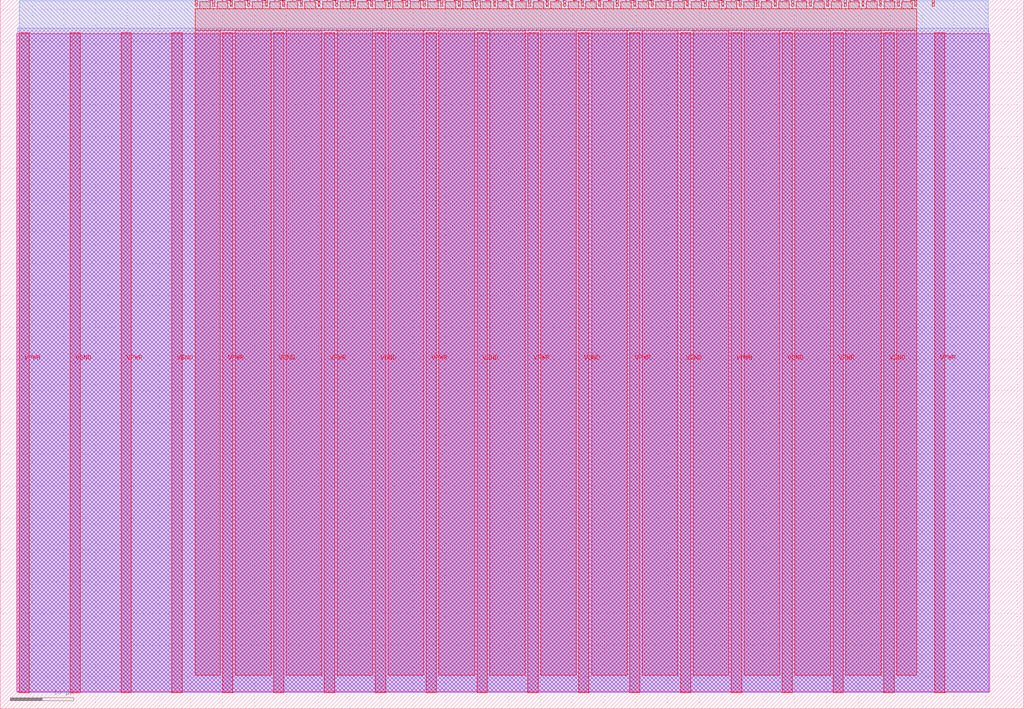
<source format=lef>
VERSION 5.7 ;
  NOWIREEXTENSIONATPIN ON ;
  DIVIDERCHAR "/" ;
  BUSBITCHARS "[]" ;
MACRO tt_um_micro_tiles_container
  CLASS BLOCK ;
  FOREIGN tt_um_micro_tiles_container ;
  ORIGIN 0.000 0.000 ;
  SIZE 161.000 BY 111.520 ;
  PIN VGND
    DIRECTION INOUT ;
    USE GROUND ;
    PORT
      LAYER met4 ;
        RECT 11.000 2.480 12.600 106.320 ;
    END
    PORT
      LAYER met4 ;
        RECT 27.000 2.480 28.600 106.320 ;
    END
    PORT
      LAYER met4 ;
        RECT 43.000 2.480 44.600 106.320 ;
    END
    PORT
      LAYER met4 ;
        RECT 59.000 2.480 60.600 106.320 ;
    END
    PORT
      LAYER met4 ;
        RECT 75.000 2.480 76.600 106.320 ;
    END
    PORT
      LAYER met4 ;
        RECT 91.000 2.480 92.600 106.320 ;
    END
    PORT
      LAYER met4 ;
        RECT 107.000 2.480 108.600 106.320 ;
    END
    PORT
      LAYER met4 ;
        RECT 123.000 2.480 124.600 106.320 ;
    END
    PORT
      LAYER met4 ;
        RECT 139.000 2.480 140.600 106.320 ;
    END
  END VGND
  PIN VPWR
    DIRECTION INOUT ;
    USE POWER ;
    PORT
      LAYER met4 ;
        RECT 3.000 2.480 4.600 106.320 ;
    END
    PORT
      LAYER met4 ;
        RECT 19.000 2.480 20.600 106.320 ;
    END
    PORT
      LAYER met4 ;
        RECT 35.000 2.480 36.600 106.320 ;
    END
    PORT
      LAYER met4 ;
        RECT 51.000 2.480 52.600 106.320 ;
    END
    PORT
      LAYER met4 ;
        RECT 67.000 2.480 68.600 106.320 ;
    END
    PORT
      LAYER met4 ;
        RECT 83.000 2.480 84.600 106.320 ;
    END
    PORT
      LAYER met4 ;
        RECT 99.000 2.480 100.600 106.320 ;
    END
    PORT
      LAYER met4 ;
        RECT 115.000 2.480 116.600 106.320 ;
    END
    PORT
      LAYER met4 ;
        RECT 131.000 2.480 132.600 106.320 ;
    END
    PORT
      LAYER met4 ;
        RECT 147.000 2.480 148.600 106.320 ;
    END
  END VPWR
  PIN clk
    DIRECTION INPUT ;
    USE SIGNAL ;
    ANTENNAGATEAREA 0.852000 ;
    PORT
      LAYER met4 ;
        RECT 143.830 110.520 144.130 111.520 ;
    END
  END clk
  PIN ena
    DIRECTION INPUT ;
    USE SIGNAL ;
    PORT
      LAYER met4 ;
        RECT 146.590 110.520 146.890 111.520 ;
    END
  END ena
  PIN rst_n
    DIRECTION INPUT ;
    USE SIGNAL ;
    ANTENNAGATEAREA 0.393000 ;
    ANTENNADIFFAREA 1.738800 ;
    PORT
      LAYER met4 ;
        RECT 141.070 110.520 141.370 111.520 ;
    END
  END rst_n
  PIN ui_in[0]
    DIRECTION INPUT ;
    USE SIGNAL ;
    ANTENNAGATEAREA 0.247500 ;
    PORT
      LAYER met4 ;
        RECT 138.310 110.520 138.610 111.520 ;
    END
  END ui_in[0]
  PIN ui_in[1]
    DIRECTION INPUT ;
    USE SIGNAL ;
    ANTENNAGATEAREA 0.196500 ;
    PORT
      LAYER met4 ;
        RECT 135.550 110.520 135.850 111.520 ;
    END
  END ui_in[1]
  PIN ui_in[2]
    DIRECTION INPUT ;
    USE SIGNAL ;
    ANTENNAGATEAREA 0.196500 ;
    PORT
      LAYER met4 ;
        RECT 132.790 110.520 133.090 111.520 ;
    END
  END ui_in[2]
  PIN ui_in[3]
    DIRECTION INPUT ;
    USE SIGNAL ;
    ANTENNAGATEAREA 0.196500 ;
    ANTENNADIFFAREA 0.434700 ;
    PORT
      LAYER met4 ;
        RECT 130.030 110.520 130.330 111.520 ;
    END
  END ui_in[3]
  PIN ui_in[4]
    DIRECTION INPUT ;
    USE SIGNAL ;
    ANTENNAGATEAREA 0.196500 ;
    ANTENNADIFFAREA 0.434700 ;
    PORT
      LAYER met4 ;
        RECT 127.270 110.520 127.570 111.520 ;
    END
  END ui_in[4]
  PIN ui_in[5]
    DIRECTION INPUT ;
    USE SIGNAL ;
    PORT
      LAYER met4 ;
        RECT 124.510 110.520 124.810 111.520 ;
    END
  END ui_in[5]
  PIN ui_in[6]
    DIRECTION INPUT ;
    USE SIGNAL ;
    PORT
      LAYER met4 ;
        RECT 121.750 110.520 122.050 111.520 ;
    END
  END ui_in[6]
  PIN ui_in[7]
    DIRECTION INPUT ;
    USE SIGNAL ;
    PORT
      LAYER met4 ;
        RECT 118.990 110.520 119.290 111.520 ;
    END
  END ui_in[7]
  PIN uio_in[0]
    DIRECTION INPUT ;
    USE SIGNAL ;
    ANTENNAGATEAREA 0.213000 ;
    PORT
      LAYER met4 ;
        RECT 116.230 110.520 116.530 111.520 ;
    END
  END uio_in[0]
  PIN uio_in[1]
    DIRECTION INPUT ;
    USE SIGNAL ;
    ANTENNAGATEAREA 0.196500 ;
    PORT
      LAYER met4 ;
        RECT 113.470 110.520 113.770 111.520 ;
    END
  END uio_in[1]
  PIN uio_in[2]
    DIRECTION INPUT ;
    USE SIGNAL ;
    PORT
      LAYER met4 ;
        RECT 110.710 110.520 111.010 111.520 ;
    END
  END uio_in[2]
  PIN uio_in[3]
    DIRECTION INPUT ;
    USE SIGNAL ;
    PORT
      LAYER met4 ;
        RECT 107.950 110.520 108.250 111.520 ;
    END
  END uio_in[3]
  PIN uio_in[4]
    DIRECTION INPUT ;
    USE SIGNAL ;
    PORT
      LAYER met4 ;
        RECT 105.190 110.520 105.490 111.520 ;
    END
  END uio_in[4]
  PIN uio_in[5]
    DIRECTION INPUT ;
    USE SIGNAL ;
    PORT
      LAYER met4 ;
        RECT 102.430 110.520 102.730 111.520 ;
    END
  END uio_in[5]
  PIN uio_in[6]
    DIRECTION INPUT ;
    USE SIGNAL ;
    PORT
      LAYER met4 ;
        RECT 99.670 110.520 99.970 111.520 ;
    END
  END uio_in[6]
  PIN uio_in[7]
    DIRECTION INPUT ;
    USE SIGNAL ;
    PORT
      LAYER met4 ;
        RECT 96.910 110.520 97.210 111.520 ;
    END
  END uio_in[7]
  PIN uio_oe[0]
    DIRECTION OUTPUT ;
    USE SIGNAL ;
    PORT
      LAYER met4 ;
        RECT 49.990 110.520 50.290 111.520 ;
    END
  END uio_oe[0]
  PIN uio_oe[1]
    DIRECTION OUTPUT ;
    USE SIGNAL ;
    PORT
      LAYER met4 ;
        RECT 47.230 110.520 47.530 111.520 ;
    END
  END uio_oe[1]
  PIN uio_oe[2]
    DIRECTION OUTPUT ;
    USE SIGNAL ;
    PORT
      LAYER met4 ;
        RECT 44.470 110.520 44.770 111.520 ;
    END
  END uio_oe[2]
  PIN uio_oe[3]
    DIRECTION OUTPUT ;
    USE SIGNAL ;
    PORT
      LAYER met4 ;
        RECT 41.710 110.520 42.010 111.520 ;
    END
  END uio_oe[3]
  PIN uio_oe[4]
    DIRECTION OUTPUT ;
    USE SIGNAL ;
    PORT
      LAYER met4 ;
        RECT 38.950 110.520 39.250 111.520 ;
    END
  END uio_oe[4]
  PIN uio_oe[5]
    DIRECTION OUTPUT ;
    USE SIGNAL ;
    PORT
      LAYER met4 ;
        RECT 36.190 110.520 36.490 111.520 ;
    END
  END uio_oe[5]
  PIN uio_oe[6]
    DIRECTION OUTPUT ;
    USE SIGNAL ;
    PORT
      LAYER met4 ;
        RECT 33.430 110.520 33.730 111.520 ;
    END
  END uio_oe[6]
  PIN uio_oe[7]
    DIRECTION OUTPUT ;
    USE SIGNAL ;
    PORT
      LAYER met4 ;
        RECT 30.670 110.520 30.970 111.520 ;
    END
  END uio_oe[7]
  PIN uio_out[0]
    DIRECTION OUTPUT ;
    USE SIGNAL ;
    PORT
      LAYER met4 ;
        RECT 72.070 110.520 72.370 111.520 ;
    END
  END uio_out[0]
  PIN uio_out[1]
    DIRECTION OUTPUT ;
    USE SIGNAL ;
    PORT
      LAYER met4 ;
        RECT 69.310 110.520 69.610 111.520 ;
    END
  END uio_out[1]
  PIN uio_out[2]
    DIRECTION OUTPUT ;
    USE SIGNAL ;
    PORT
      LAYER met4 ;
        RECT 66.550 110.520 66.850 111.520 ;
    END
  END uio_out[2]
  PIN uio_out[3]
    DIRECTION OUTPUT ;
    USE SIGNAL ;
    PORT
      LAYER met4 ;
        RECT 63.790 110.520 64.090 111.520 ;
    END
  END uio_out[3]
  PIN uio_out[4]
    DIRECTION OUTPUT ;
    USE SIGNAL ;
    PORT
      LAYER met4 ;
        RECT 61.030 110.520 61.330 111.520 ;
    END
  END uio_out[4]
  PIN uio_out[5]
    DIRECTION OUTPUT ;
    USE SIGNAL ;
    PORT
      LAYER met4 ;
        RECT 58.270 110.520 58.570 111.520 ;
    END
  END uio_out[5]
  PIN uio_out[6]
    DIRECTION OUTPUT ;
    USE SIGNAL ;
    PORT
      LAYER met4 ;
        RECT 55.510 110.520 55.810 111.520 ;
    END
  END uio_out[6]
  PIN uio_out[7]
    DIRECTION OUTPUT ;
    USE SIGNAL ;
    PORT
      LAYER met4 ;
        RECT 52.750 110.520 53.050 111.520 ;
    END
  END uio_out[7]
  PIN uo_out[0]
    DIRECTION OUTPUT ;
    USE SIGNAL ;
    ANTENNADIFFAREA 0.891000 ;
    PORT
      LAYER met4 ;
        RECT 94.150 110.520 94.450 111.520 ;
    END
  END uo_out[0]
  PIN uo_out[1]
    DIRECTION OUTPUT ;
    USE SIGNAL ;
    ANTENNADIFFAREA 0.891000 ;
    PORT
      LAYER met4 ;
        RECT 91.390 110.520 91.690 111.520 ;
    END
  END uo_out[1]
  PIN uo_out[2]
    DIRECTION OUTPUT ;
    USE SIGNAL ;
    ANTENNADIFFAREA 0.891000 ;
    PORT
      LAYER met4 ;
        RECT 88.630 110.520 88.930 111.520 ;
    END
  END uo_out[2]
  PIN uo_out[3]
    DIRECTION OUTPUT ;
    USE SIGNAL ;
    ANTENNADIFFAREA 0.891000 ;
    PORT
      LAYER met4 ;
        RECT 85.870 110.520 86.170 111.520 ;
    END
  END uo_out[3]
  PIN uo_out[4]
    DIRECTION OUTPUT ;
    USE SIGNAL ;
    ANTENNADIFFAREA 0.891000 ;
    PORT
      LAYER met4 ;
        RECT 83.110 110.520 83.410 111.520 ;
    END
  END uo_out[4]
  PIN uo_out[5]
    DIRECTION OUTPUT ;
    USE SIGNAL ;
    ANTENNADIFFAREA 0.445500 ;
    PORT
      LAYER met4 ;
        RECT 80.350 110.520 80.650 111.520 ;
    END
  END uo_out[5]
  PIN uo_out[6]
    DIRECTION OUTPUT ;
    USE SIGNAL ;
    ANTENNADIFFAREA 0.445500 ;
    PORT
      LAYER met4 ;
        RECT 77.590 110.520 77.890 111.520 ;
    END
  END uo_out[6]
  PIN uo_out[7]
    DIRECTION OUTPUT ;
    USE SIGNAL ;
    ANTENNADIFFAREA 0.445500 ;
    PORT
      LAYER met4 ;
        RECT 74.830 110.520 75.130 111.520 ;
    END
  END uo_out[7]
  OBS
      LAYER nwell ;
        RECT 2.570 2.635 155.670 106.165 ;
      LAYER li1 ;
        RECT 2.760 2.635 155.480 106.165 ;
      LAYER met1 ;
        RECT 2.760 2.480 155.480 107.060 ;
      LAYER met2 ;
        RECT 3.000 2.480 155.390 111.365 ;
      LAYER met3 ;
        RECT 3.010 2.515 155.415 111.345 ;
      LAYER met4 ;
        RECT 31.370 110.120 33.030 111.170 ;
        RECT 34.130 110.120 35.790 111.170 ;
        RECT 36.890 110.120 38.550 111.170 ;
        RECT 39.650 110.120 41.310 111.170 ;
        RECT 42.410 110.120 44.070 111.170 ;
        RECT 45.170 110.120 46.830 111.170 ;
        RECT 47.930 110.120 49.590 111.170 ;
        RECT 50.690 110.120 52.350 111.170 ;
        RECT 53.450 110.120 55.110 111.170 ;
        RECT 56.210 110.120 57.870 111.170 ;
        RECT 58.970 110.120 60.630 111.170 ;
        RECT 61.730 110.120 63.390 111.170 ;
        RECT 64.490 110.120 66.150 111.170 ;
        RECT 67.250 110.120 68.910 111.170 ;
        RECT 70.010 110.120 71.670 111.170 ;
        RECT 72.770 110.120 74.430 111.170 ;
        RECT 75.530 110.120 77.190 111.170 ;
        RECT 78.290 110.120 79.950 111.170 ;
        RECT 81.050 110.120 82.710 111.170 ;
        RECT 83.810 110.120 85.470 111.170 ;
        RECT 86.570 110.120 88.230 111.170 ;
        RECT 89.330 110.120 90.990 111.170 ;
        RECT 92.090 110.120 93.750 111.170 ;
        RECT 94.850 110.120 96.510 111.170 ;
        RECT 97.610 110.120 99.270 111.170 ;
        RECT 100.370 110.120 102.030 111.170 ;
        RECT 103.130 110.120 104.790 111.170 ;
        RECT 105.890 110.120 107.550 111.170 ;
        RECT 108.650 110.120 110.310 111.170 ;
        RECT 111.410 110.120 113.070 111.170 ;
        RECT 114.170 110.120 115.830 111.170 ;
        RECT 116.930 110.120 118.590 111.170 ;
        RECT 119.690 110.120 121.350 111.170 ;
        RECT 122.450 110.120 124.110 111.170 ;
        RECT 125.210 110.120 126.870 111.170 ;
        RECT 127.970 110.120 129.630 111.170 ;
        RECT 130.730 110.120 132.390 111.170 ;
        RECT 133.490 110.120 135.150 111.170 ;
        RECT 136.250 110.120 137.910 111.170 ;
        RECT 139.010 110.120 140.670 111.170 ;
        RECT 141.770 110.120 143.430 111.170 ;
        RECT 30.655 106.720 144.145 110.120 ;
        RECT 30.655 5.275 34.600 106.720 ;
        RECT 37.000 5.275 42.600 106.720 ;
        RECT 45.000 5.275 50.600 106.720 ;
        RECT 53.000 5.275 58.600 106.720 ;
        RECT 61.000 5.275 66.600 106.720 ;
        RECT 69.000 5.275 74.600 106.720 ;
        RECT 77.000 5.275 82.600 106.720 ;
        RECT 85.000 5.275 90.600 106.720 ;
        RECT 93.000 5.275 98.600 106.720 ;
        RECT 101.000 5.275 106.600 106.720 ;
        RECT 109.000 5.275 114.600 106.720 ;
        RECT 117.000 5.275 122.600 106.720 ;
        RECT 125.000 5.275 130.600 106.720 ;
        RECT 133.000 5.275 138.600 106.720 ;
        RECT 141.000 5.275 144.145 106.720 ;
  END
END tt_um_micro_tiles_container
END LIBRARY


</source>
